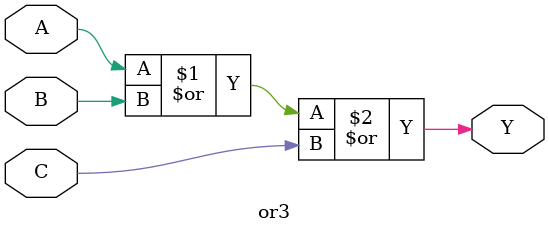
<source format=v>
module or3 (output Y, input A, B, C);

  // Structural description using built-in OR gate
  or (Y, A, B, C);

endmodule

</source>
